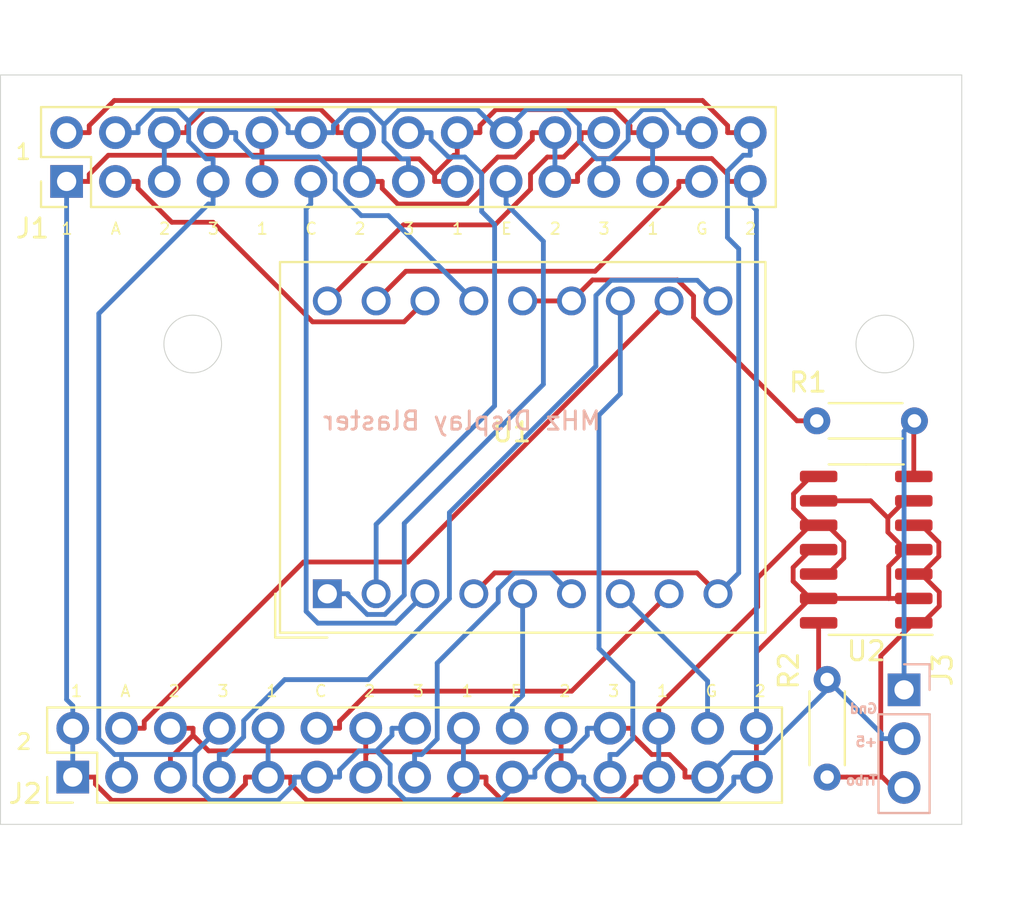
<source format=kicad_pcb>
(kicad_pcb (version 20221018) (generator pcbnew)
  (layers (0 "F.Cu" signal) (31 "B.Cu" signal) (34 "B.Paste" user) (35 "F.Paste" user) (36 "B.SilkS" user "B.Silkscreen") (37 "F.SilkS" user "F.Silkscreen") (38 "B.Mask" user) (39 "F.Mask" user) (44 "Edge.Cuts" user))
  (net 0 "")
  (net 1 "1")
  (net 2 "DIG1_A")
  (net 3 "2")
  (net 4 "3")
  (net 5 "DIG1_C")
  (net 6 "DIG1_E")
  (net 7 "DIG1_G")
  (net 8 "DIG1_F")
  (net 9 "DIG1_D")
  (net 10 "DIG1_B")
  (net 11 "DIG2_B")
  (net 12 "DIG2_D")
  (net 13 "DIG2_F")
  (net 14 "DIG2_G")
  (net 15 "DIG2_E")
  (net 16 "DIG2_C")
  (net 17 "DIG2_A")
  (net 18 "DIG1_CC")
  (net 19 "DP")
  (net 20 "Turbo")
  (net 21 "GND")
  (footprint "Connector_PinHeader_2.54mm:PinHeader_2x15_P2.54mm_Vertical" (layer "F.Cu") (at 103.76 76.54 90)
    (fp_text reference "J2" (at -0.866772 -2.471786) (layer "F.SilkS"))
    (fp_text value "Conn_02x15 DigitRHS")
    (pad "1" thru_hole rect (at 0 0 90) (size 1.7 1.7) (drill 1) (layers "*.Cu" "*.Mask") (net 1 "1"))
    (pad "2" thru_hole oval (at 2.54 0 90) (size 1.7 1.7) (drill 1) (layers "*.Cu" "*.Mask") (net 1 "1"))
    (pad "3" thru_hole oval (at 0 2.54 90) (size 1.7 1.7) (drill 1) (layers "*.Cu" "*.Mask") (net 4 "3"))
    (pad "4" thru_hole oval (at 2.54 2.54 90) (size 1.7 1.7) (drill 1) (layers "*.Cu" "*.Mask") (net 17 "DIG2_A"))
    (pad "5" thru_hole oval (at 0 5.08 90) (size 1.7 1.7) (drill 1) (layers "*.Cu" "*.Mask") (net 3 "2"))
    (pad "6" thru_hole oval (at 2.54 5.08 90) (size 1.7 1.7) (drill 1) (layers "*.Cu" "*.Mask") (net 3 "2"))
    (pad "7" thru_hole oval (at 0 7.62 90) (size 1.7 1.7) (drill 1) (layers "*.Cu" "*.Mask") (net 11 "DIG2_B"))
    (pad "8" thru_hole oval (at 2.54 7.62 90) (size 1.7 1.7) (drill 1) (layers "*.Cu" "*.Mask") (net 4 "3"))
    (pad "9" thru_hole oval (at 0 10.16 90) (size 1.7 1.7) (drill 1) (layers "*.Cu" "*.Mask") (net 1 "1"))
    (pad "10" thru_hole oval (at 2.54 10.16 90) (size 1.7 1.7) (drill 1) (layers "*.Cu" "*.Mask") (net 1 "1"))
    (pad "11" thru_hole oval (at 0 12.7 90) (size 1.7 1.7) (drill 1) (layers "*.Cu" "*.Mask") (net 4 "3"))
    (pad "12" thru_hole oval (at 2.54 12.7 90) (size 1.7 1.7) (drill 1) (layers "*.Cu" "*.Mask") (net 16 "DIG2_C"))
    (pad "13" thru_hole oval (at 0 15.24 90) (size 1.7 1.7) (drill 1) (layers "*.Cu" "*.Mask") (net 3 "2"))
    (pad "14" thru_hole oval (at 2.54 15.24 90) (size 1.7 1.7) (drill 1) (layers "*.Cu" "*.Mask") (net 3 "2"))
    (pad "15" thru_hole oval (at 0 17.78 90) (size 1.7 1.7) (drill 1) (layers "*.Cu" "*.Mask") (net 12 "DIG2_D"))
    (pad "16" thru_hole oval (at 2.54 17.78 90) (size 1.7 1.7) (drill 1) (layers "*.Cu" "*.Mask") (net 4 "3"))
    (pad "17" thru_hole oval (at 0 20.32 90) (size 1.7 1.7) (drill 1) (layers "*.Cu" "*.Mask") (net 1 "1"))
    (pad "18" thru_hole oval (at 2.54 20.32 90) (size 1.7 1.7) (drill 1) (layers "*.Cu" "*.Mask") (net 1 "1"))
    (pad "19" thru_hole oval (at 0 22.86 90) (size 1.7 1.7) (drill 1) (layers "*.Cu" "*.Mask") (net 4 "3"))
    (pad "20" thru_hole oval (at 2.54 22.86 90) (size 1.7 1.7) (drill 1) (layers "*.Cu" "*.Mask") (net 15 "DIG2_E"))
    (pad "21" thru_hole oval (at 0 25.4 90) (size 1.7 1.7) (drill 1) (layers "*.Cu" "*.Mask") (net 3 "2"))
    (pad "22" thru_hole oval (at 2.54 25.4 90) (size 1.7 1.7) (drill 1) (layers "*.Cu" "*.Mask") (net 3 "2"))
    (pad "23" thru_hole oval (at 0 27.94 90) (size 1.7 1.7) (drill 1) (layers "*.Cu" "*.Mask") (net 13 "DIG2_F"))
    (pad "24" thru_hole oval (at 2.54 27.94 90) (size 1.7 1.7) (drill 1) (layers "*.Cu" "*.Mask") (net 4 "3"))
    (pad "25" thru_hole oval (at 0 30.48 90) (size 1.7 1.7) (drill 1) (layers "*.Cu" "*.Mask") (net 1 "1"))
    (pad "26" thru_hole oval (at 2.54 30.48 90) (size 1.7 1.7) (drill 1) (layers "*.Cu" "*.Mask") (net 1 "1"))
    (pad "27" thru_hole oval (at 0 33.02 90) (size 1.7 1.7) (drill 1) (layers "*.Cu" "*.Mask") (net 4 "3"))
    (pad "28" thru_hole oval (at 2.54 33.02 90) (size 1.7 1.7) (drill 1) (layers "*.Cu" "*.Mask") (net 14 "DIG2_G"))
    (pad "29" thru_hole oval (at 0 35.56 90) (size 1.7 1.7) (drill 1) (layers "*.Cu" "*.Mask") (net 3 "2"))
    (pad "30" thru_hole oval (at 2.54 35.56 90) (size 1.7 1.7) (drill 1) (layers "*.Cu" "*.Mask") (net 3 "2"))
  )
  (footprint "Connector_PinHeader_2.54mm:PinHeader_2x15_P2.54mm_Vertical" (layer "F.Cu") (at 103.44 45.54 90)
    (fp_text reference "J1" (at -2.44213 -1.775868 180) (layer "F.SilkS"))
    (fp_text value "Conn_02x15 DigitLHS")
    (pad "1" thru_hole rect (at 0 0 90) (size 1.7 1.7) (drill 1) (layers "*.Cu" "*.Mask") (net 1 "1"))
    (pad "2" thru_hole oval (at 2.54 0 90) (size 1.7 1.7) (drill 1) (layers "*.Cu" "*.Mask") (net 19 "DP"))
    (pad "3" thru_hole oval (at 0 2.54 90) (size 1.7 1.7) (drill 1) (layers "*.Cu" "*.Mask") (net 2 "DIG1_A"))
    (pad "4" thru_hole oval (at 2.54 2.54 90) (size 1.7 1.7) (drill 1) (layers "*.Cu" "*.Mask") (net 4 "3"))
    (pad "5" thru_hole oval (at 0 5.08 90) (size 1.7 1.7) (drill 1) (layers "*.Cu" "*.Mask") (net 3 "2"))
    (pad "6" thru_hole oval (at 2.54 5.08 90) (size 1.7 1.7) (drill 1) (layers "*.Cu" "*.Mask") (net 3 "2"))
    (pad "7" thru_hole oval (at 0 7.62 90) (size 1.7 1.7) (drill 1) (layers "*.Cu" "*.Mask") (net 4 "3"))
    (pad "8" thru_hole oval (at 2.54 7.62 90) (size 1.7 1.7) (drill 1) (layers "*.Cu" "*.Mask") (net 10 "DIG1_B"))
    (pad "9" thru_hole oval (at 0 10.16 90) (size 1.7 1.7) (drill 1) (layers "*.Cu" "*.Mask") (net 1 "1"))
    (pad "10" thru_hole oval (at 2.54 10.16 90) (size 1.7 1.7) (drill 1) (layers "*.Cu" "*.Mask") (net 1 "1"))
    (pad "11" thru_hole oval (at 0 12.7 90) (size 1.7 1.7) (drill 1) (layers "*.Cu" "*.Mask") (net 5 "DIG1_C"))
    (pad "12" thru_hole oval (at 2.54 12.7 90) (size 1.7 1.7) (drill 1) (layers "*.Cu" "*.Mask") (net 4 "3"))
    (pad "13" thru_hole oval (at 0 15.24 90) (size 1.7 1.7) (drill 1) (layers "*.Cu" "*.Mask") (net 3 "2"))
    (pad "14" thru_hole oval (at 2.54 15.24 90) (size 1.7 1.7) (drill 1) (layers "*.Cu" "*.Mask") (net 3 "2"))
    (pad "15" thru_hole oval (at 0 17.78 90) (size 1.7 1.7) (drill 1) (layers "*.Cu" "*.Mask") (net 4 "3"))
    (pad "16" thru_hole oval (at 2.54 17.78 90) (size 1.7 1.7) (drill 1) (layers "*.Cu" "*.Mask") (net 9 "DIG1_D"))
    (pad "17" thru_hole oval (at 0 20.32 90) (size 1.7 1.7) (drill 1) (layers "*.Cu" "*.Mask") (net 1 "1"))
    (pad "18" thru_hole oval (at 2.54 20.32 90) (size 1.7 1.7) (drill 1) (layers "*.Cu" "*.Mask") (net 1 "1"))
    (pad "19" thru_hole oval (at 0 22.86 90) (size 1.7 1.7) (drill 1) (layers "*.Cu" "*.Mask") (net 6 "DIG1_E"))
    (pad "20" thru_hole oval (at 2.54 22.86 90) (size 1.7 1.7) (drill 1) (layers "*.Cu" "*.Mask") (net 4 "3"))
    (pad "21" thru_hole oval (at 0 25.4 90) (size 1.7 1.7) (drill 1) (layers "*.Cu" "*.Mask") (net 3 "2"))
    (pad "22" thru_hole oval (at 2.54 25.4 90) (size 1.7 1.7) (drill 1) (layers "*.Cu" "*.Mask") (net 3 "2"))
    (pad "23" thru_hole oval (at 0 27.94 90) (size 1.7 1.7) (drill 1) (layers "*.Cu" "*.Mask") (net 4 "3"))
    (pad "24" thru_hole oval (at 2.54 27.94 90) (size 1.7 1.7) (drill 1) (layers "*.Cu" "*.Mask") (net 8 "DIG1_F"))
    (pad "25" thru_hole oval (at 0 30.48 90) (size 1.7 1.7) (drill 1) (layers "*.Cu" "*.Mask") (net 1 "1"))
    (pad "26" thru_hole oval (at 2.54 30.48 90) (size 1.7 1.7) (drill 1) (layers "*.Cu" "*.Mask") (net 1 "1"))
    (pad "27" thru_hole oval (at 0 33.02 90) (size 1.7 1.7) (drill 1) (layers "*.Cu" "*.Mask") (net 7 "DIG1_G"))
    (pad "28" thru_hole oval (at 2.54 33.02 90) (size 1.7 1.7) (drill 1) (layers "*.Cu" "*.Mask") (net 4 "3"))
    (pad "29" thru_hole oval (at 0 35.56 90) (size 1.7 1.7) (drill 1) (layers "*.Cu" "*.Mask") (net 3 "2"))
    (pad "30" thru_hole oval (at 2.54 35.56 90) (size 1.7 1.7) (drill 1) (layers "*.Cu" "*.Mask") (net 19 "DP"))
  )
  (footprint "Display_7Segment:DA56-11CGKWA" (layer "F.Cu") (at 117 67 90)
    (fp_text reference "U1" (at 8.4074 9.6012) (layer "F.SilkS"))
    (fp_text value "DC56-11GWA")
    (pad "1" thru_hole rect locked (at 0 0 90) (size 1.5 1.5) (drill 1) (layers "*.Cu" "*.Mask") (net 6 "DIG1_E"))
    (pad "2" thru_hole circle locked (at 0 2.54 90) (size 1.5 1.5) (drill 1) (layers "*.Cu" "*.Mask") (net 9 "DIG1_D"))
    (pad "3" thru_hole circle locked (at 0 5.08 90) (size 1.5 1.5) (drill 1) (layers "*.Cu" "*.Mask") (net 5 "DIG1_C"))
    (pad "4" thru_hole circle locked (at 0 7.62 90) (size 1.5 1.5) (drill 1) (layers "*.Cu" "*.Mask") (net 19 "DP"))
    (pad "5" thru_hole circle locked (at 0 10.16 90) (size 1.5 1.5) (drill 1) (layers "*.Cu" "*.Mask") (net 15 "DIG2_E"))
    (pad "6" thru_hole circle locked (at 0 12.7 90) (size 1.5 1.5) (drill 1) (layers "*.Cu" "*.Mask") (net 12 "DIG2_D"))
    (pad "7" thru_hole circle locked (at 0 15.24 90) (size 1.5 1.5) (drill 1) (layers "*.Cu" "*.Mask") (net 14 "DIG2_G"))
    (pad "8" thru_hole circle locked (at 0 17.78 90) (size 1.5 1.5) (drill 1) (layers "*.Cu" "*.Mask") (net 16 "DIG2_C"))
    (pad "9" thru_hole circle locked (at 0 20.32 90) (size 1.5 1.5) (drill 1) (layers "*.Cu" "*.Mask") (net 19 "DP"))
    (pad "10" thru_hole circle locked (at 15.24 20.32 90) (size 1.5 1.5) (drill 1) (layers "*.Cu" "*.Mask") (net 11 "DIG2_B"))
    (pad "11" thru_hole circle locked (at 15.24 17.78 90) (size 1.5 1.5) (drill 1) (layers "*.Cu" "*.Mask") (net 17 "DIG2_A"))
    (pad "12" thru_hole circle locked (at 15.24 15.24 90) (size 1.5 1.5) (drill 1) (layers "*.Cu" "*.Mask") (net 13 "DIG2_F"))
    (pad "13" thru_hole circle locked (at 15.24 12.7 90) (size 1.5 1.5) (drill 1) (layers "*.Cu" "*.Mask") (net 18 "DIG1_CC"))
    (pad "14" thru_hole circle locked (at 15.24 10.16 90) (size 1.5 1.5) (drill 1) (layers "*.Cu" "*.Mask") (net 18 "DIG1_CC"))
    (pad "15" thru_hole circle locked (at 15.24 7.62 90) (size 1.5 1.5) (drill 1) (layers "*.Cu" "*.Mask") (net 10 "DIG1_B"))
    (pad "16" thru_hole circle locked (at 15.24 5.08 90) (size 1.5 1.5) (drill 1) (layers "*.Cu" "*.Mask") (net 2 "DIG1_A"))
    (pad "17" thru_hole circle locked (at 15.24 2.54 90) (size 1.5 1.5) (drill 1) (layers "*.Cu" "*.Mask") (net 7 "DIG1_G"))
    (pad "18" thru_hole circle locked (at 15.24 0 90) (size 1.5 1.5) (drill 1) (layers "*.Cu" "*.Mask") (net 8 "DIG1_F"))
  )
  (footprint "Resistor_THT:R_Axial_DIN0204_L3.6mm_D1.6mm_P5.08mm_Horizontal" (layer "F.Cu") (at 147.54 58 180)
    (fp_text reference "R1" (at 5.54 2) (layer "F.SilkS"))
    (fp_text value "100")
    (pad "1" thru_hole circle (at 0 0 180) (size 1.4 1.4) (drill 0.7) (layers "*.Cu" "*.Mask") (net 21 "GND"))
    (pad "2" thru_hole oval (at 5.08 0 180) (size 1.4 1.4) (drill 0.7) (layers "*.Cu" "*.Mask") (net 18 "DIG1_CC"))
  )
  (footprint "Resistor_THT:R_Axial_DIN0204_L3.6mm_D1.6mm_P5.08mm_Horizontal" (layer "F.Cu") (at 143 71.46 -90)
    (fp_text reference "R2" (at -0.46 2 90) (layer "F.SilkS"))
    (fp_text value "1K")
    (pad "1" thru_hole circle (at 0 0 270) (size 1.4 1.4) (drill 0.7) (layers "*.Cu" "*.Mask") (net 4 "3"))
    (pad "2" thru_hole oval (at 5.08 0 270) (size 1.4 1.4) (drill 0.7) (layers "*.Cu" "*.Mask") (net 20 "Turbo"))
  )
  (footprint "Package_SO:SOIC-14_3.9x8.7mm_P1.27mm" (layer "F.Cu") (at 145.0314 64.7025 180)
    (fp_text reference "U2" (at 0 -5.28) (layer "F.SilkS"))
    (fp_text value "74LS04")
    (pad "1" smd roundrect (at -2.475 -3.81 180) (size 1.95 0.6) (layers "F.Cu" "F.Paste" "F.Mask") (net 20 "Turbo"))
    (pad "2" smd roundrect (at -2.475 -2.54 180) (size 1.95 0.6) (layers "F.Cu" "F.Paste" "F.Mask") (net 3 "2"))
    (pad "3" smd roundrect (at -2.475 -1.27 180) (size 1.95 0.6) (layers "F.Cu" "F.Paste" "F.Mask") (net 20 "Turbo"))
    (pad "4" smd roundrect (at -2.475 0 180) (size 1.95 0.6) (layers "F.Cu" "F.Paste" "F.Mask") (net 3 "2"))
    (pad "5" smd roundrect (at -2.475 1.27 180) (size 1.95 0.6) (layers "F.Cu" "F.Paste" "F.Mask") (net 20 "Turbo"))
    (pad "6" smd roundrect (at -2.475 2.54 180) (size 1.95 0.6) (layers "F.Cu" "F.Paste" "F.Mask") (net 3 "2"))
    (pad "7" smd roundrect (at -2.475 3.81 180) (size 1.95 0.6) (layers "F.Cu" "F.Paste" "F.Mask") (net 21 "GND"))
    (pad "8" smd roundrect (at 2.475 3.81 180) (size 1.95 0.6) (layers "F.Cu" "F.Paste" "F.Mask") (net 1 "1"))
    (pad "9" smd roundrect (at 2.475 2.54 180) (size 1.95 0.6) (layers "F.Cu" "F.Paste" "F.Mask") (net 3 "2"))
    (pad "10" smd roundrect (at 2.475 1.27 180) (size 1.95 0.6) (layers "F.Cu" "F.Paste" "F.Mask") (net 1 "1"))
    (pad "11" smd roundrect (at 2.475 0 180) (size 1.95 0.6) (layers "F.Cu" "F.Paste" "F.Mask") (net 3 "2"))
    (pad "12" smd roundrect (at 2.475 -1.27 180) (size 1.95 0.6) (layers "F.Cu" "F.Paste" "F.Mask") (net 1 "1"))
    (pad "13" smd roundrect (at 2.475 -2.54 180) (size 1.95 0.6) (layers "F.Cu" "F.Paste" "F.Mask") (net 3 "2"))
    (pad "14" smd roundrect (at 2.475 -3.81 180) (size 1.95 0.6) (layers "F.Cu" "F.Paste" "F.Mask") (net 4 "3"))
  )
  (footprint "Connector_PinHeader_2.54mm:PinHeader_1x03_P2.54mm_Vertical" (layer "B.Cu") (at 147 72 180)
    (fp_text reference "J3" (at -2 2 90) (layer "F.SilkS") (effects (justify right)))
    (fp_text value "Conn_01x03_Pin")
    (pad "1" thru_hole rect (at 0 0 180) (size 1.7 1.7) (drill 1) (layers "*.Cu" "*.Mask") (net 21 "GND"))
    (pad "2" thru_hole oval (at 0 -2.54 180) (size 1.7 1.7) (drill 1) (layers "*.Cu" "*.Mask") (net 4 "3"))
    (pad "3" thru_hole oval (at 0 -5.08 180) (size 1.7 1.7) (drill 1) (layers "*.Cu" "*.Mask") (net 20 "Turbo"))
  )
  (gr_line (start 100 40) (end 100 79) (stroke (width 0.05)) (layer "Edge.Cuts"))
  (gr_circle locked (center 146 54) (end 147.5 54) (stroke (width 0.05)) (fill none) (layer "Edge.Cuts"))
  (gr_line (start 150 40) (end 100 40) (stroke (width 0.05)) (layer "Edge.Cuts"))
  (gr_line (start 100 79) (end 150 79) (stroke (width 0.05)) (layer "Edge.Cuts"))
  (gr_circle locked (center 110 54) (end 111.5 54) (stroke (width 0.05)) (fill none) (layer "Edge.Cuts"))
  (gr_line (start 150 79) (end 150 40) (stroke (width 0.05)) (layer "Edge.Cuts"))
  (gr_text "Trbo" (at 145.67 77) (layer "B.SilkS") (effects (font (size 0.5 0.5) (thickness 0.125)) (justify left bottom mirror)))
  (gr_text "MHz Display Blaster" (at 124 58) (layer "B.SilkS") (effects (font (size 0.95 0.95)) (justify mirror)))
  (gr_text "+5" (at 145.67 75) (layer "B.SilkS") (effects (font (size 0.5 0.5) (thickness 0.125)) (justify left bottom mirror)))
  (gr_text "Gnd" (at 145.67 73.27) (layer "B.SilkS") (effects (font (size 0.5 0.5) (thickness 0.125)) (justify left bottom mirror)))
  (gr_text "2" (at 108.539908 48) (layer "F.SilkS") (effects (font (size 0.6 0.6) (thickness 0.09))))
  (gr_text "3" (at 111.079908 48) (layer "F.SilkS") (effects (font (size 0.6 0.6) (thickness 0.09))))
  (gr_text "1" (at 113.619908 48) (layer "F.SilkS") (effects (font (size 0.6 0.6) (thickness 0.09))))
  (gr_text "1" (at 103.459908 48) (layer "F.SilkS") (effects (font (size 0.6 0.6) (thickness 0.09))))
  (gr_text "3" (at 121.7389 72.064073) (layer "F.SilkS") (effects (font (size 0.6 0.6) (thickness 0.09))))
  (gr_text "2" (at 109.0389 72.064073) (layer "F.SilkS") (effects (font (size 0.6 0.6) (thickness 0.09))))
  (gr_text "2" (at 119.1989 72.064073) (layer "F.SilkS") (effects (font (size 0.6 0.6) (thickness 0.09))))
  (gr_text "1" (at 114.1189 72.064073) (layer "F.SilkS") (effects (font (size 0.6 0.6) (thickness 0.09))))
  (gr_text "C" (at 116.6589 72.064073) (layer "F.SilkS") (effects (font (size 0.6 0.6) (thickness 0.09))))
  (gr_text "1" (at 103.9589 72.064073) (layer "F.SilkS") (effects (font (size 0.6 0.6) (thickness 0.09))))
  (gr_text "2" (at 129.3589 72.064073) (layer "F.SilkS") (effects (font (size 0.6 0.6) (thickness 0.09))))
  (gr_text "3" (at 131.8989 72.064073) (layer "F.SilkS") (effects (font (size 0.6 0.6) (thickness 0.09))))
  (gr_text "G" (at 136.9789 72.064073) (layer "F.SilkS") (effects (font (size 0.6 0.6) (thickness 0.09))))
  (gr_text "2" (at 139.5189 72.064073) (layer "F.SilkS") (effects (font (size 0.6 0.6) (thickness 0.09))))
  (gr_text "A" (at 106.4989 72.064073) (layer "F.SilkS") (effects (font (size 0.6 0.6) (thickness 0.09))))
  (gr_text "1" (at 134.4389 72.064073) (layer "F.SilkS") (effects (font (size 0.6 0.6) (thickness 0.09))))
  (gr_text "1" (at 124.2789 72.064073) (layer "F.SilkS") (effects (font (size 0.6 0.6) (thickness 0.09))))
  (gr_text "E" (at 126.8189 72.064073) (layer "F.SilkS") (effects (font (size 0.6 0.6) (thickness 0.09))))
  (gr_text "3" (at 111.5789 72.064073) (layer "F.SilkS") (effects (font (size 0.6 0.6) (thickness 0.09))))
  (gr_text "\n2" (at 101.223417 74.057754) (layer "F.SilkS") (effects (font (size 0.8 0.8) (thickness 0.13))))
  (gr_text "C" (at 116.159908 48) (layer "F.SilkS") (effects (font (size 0.6 0.6) (thickness 0.09))))
  (gr_text "2" (at 139.019908 48) (layer "F.SilkS") (effects (font (size 0.6 0.6) (thickness 0.09))))
  (gr_text "1" (at 123.779908 48) (layer "F.SilkS") (effects (font (size 0.6 0.6) (thickness 0.09))))
  (gr_text "E" (at 126.319908 48) (layer "F.SilkS") (effects (font (size 0.6 0.6) (thickness 0.09))))
  (gr_text "2" (at 128.859908 48) (layer "F.SilkS") (effects (font (size 0.6 0.6) (thickness 0.09))))
  (gr_text "1" (at 101.1883 44) (layer "F.SilkS") (effects (font (size 0.8 0.8) (thickness 0.13))))
  (gr_text "2" (at 118.699908 48) (layer "F.SilkS") (effects (font (size 0.6 0.6) (thickness 0.09))))
  (gr_text "1" (at 133.939908 48) (layer "F.SilkS") (effects (font (size 0.6 0.6) (thickness 0.09))))
  (gr_text "A" (at 105.999908 48) (layer "F.SilkS") (effects (font (size 0.6 0.6) (thickness 0.09))))
  (gr_text "3" (at 121.239908 48) (layer "F.SilkS") (effects (font (size 0.6 0.6) (thickness 0.09))))
  (gr_text "G" (at 136.479908 48) (layer "F.SilkS") (effects (font (size 0.6 0.6) (thickness 0.09))))
  (gr_text "3" (at 131.399908 48) (layer "F.SilkS") (effects (font (size 0.6 0.6) (thickness 0.09))))
  (segment (start 122.5831 45.1742) (end 122.5831 45.54) (width 0.25) (layer "F.Cu") (net 1))
  (segment (start 105.6122 44.1769) (end 113.6 44.1769) (width 0.25) (layer "F.Cu") (net 1))
  (segment (start 113.6 43) (end 113.6 44.1769) (width 0.25) (layer "F.Cu") (net 1))
  (segment (start 132.7431 42.6342) (end 132.7431 43) (width 0.25) (layer "F.Cu") (net 1))
  (segment (start 142.5564 60.8925) (end 142.1587 60.8925) (width 0.25) (layer "F.Cu") (net 1))
  (segment (start 123.76 43) (end 123.76 44.1769) (width 0.25) (layer "F.Cu") (net 1))
  (segment (start 124.9369 42.6322) (end 125.766 41.8031) (width 0.25) (layer "F.Cu") (net 1))
  (segment (start 124.6685 76.54) (end 123.4562 77.7523) (width 0.25) (layer "F.Cu") (net 1))
  (segment (start 143.8648 64.2932) (end 143.0041 63.4325) (width 0.25) (layer "F.Cu") (net 1))
  (segment (start 141.2514 61.7998) (end 141.2514 62.5592) (width 0.25) (layer "F.Cu") (net 1))
  (segment (start 115.0969 76.9058) (end 115.0969 76.54) (width 0.25) (layer "F.Cu") (net 1))
  (segment (start 113.6 45.54) (end 113.6 44.3631) (width 0.25) (layer "F.Cu") (net 1))
  (segment (start 143.0041 63.4325) (end 142.5564 63.4325) (width 0.25) (layer "F.Cu") (net 1))
  (segment (start 124.08 76.54) (end 124.6685 76.54) (width 0.25) (layer "F.Cu") (net 1))
  (segment (start 111.8966 77.7523) (end 112.7431 76.9058) (width 0.25) (layer "F.Cu") (net 1))
  (segment (start 132.2529 77.718) (end 133.0631 76.9078) (width 0.25) (layer "F.Cu") (net 1))
  (segment (start 115.9434 77.7523) (end 115.0969 76.9058) (width 0.25) (layer "F.Cu") (net 1))
  (segment (start 103.44 45.54) (end 104.6169 45.54) (width 0.25) (layer "F.Cu") (net 1))
  (segment (start 105.7814 77.7523) (end 111.8966 77.7523) (width 0.25) (layer "F.Cu") (net 1))
  (segment (start 124.6685 76.54) (end 125.2569 76.54) (width 0.25) (layer "F.Cu") (net 1))
  (segment (start 125.2569 76.54) (end 125.2569 76.9058) (width 0.25) (layer "F.Cu") (net 1))
  (segment (start 123.5804 44.1769) (end 123.76 44.1769) (width 0.25) (layer "F.Cu") (net 1))
  (segment (start 125.766 41.8031) (end 131.912 41.8031) (width 0.25) (layer "F.Cu") (net 1))
  (segment (start 113.92 76.54) (end 115.0969 76.54) (width 0.25) (layer "F.Cu") (net 1))
  (segment (start 104.6169 45.54) (end 104.6169 45.1722) (width 0.25) (layer "F.Cu") (net 1))
  (segment (start 113.92 76.54) (end 112.7431 76.54) (width 0.25) (layer "F.Cu") (net 1))
  (segment (start 133.0631 76.9078) (end 133.0631 76.54) (width 0.25) (layer "F.Cu") (net 1))
  (segment (start 143.8648 65.1495) (end 143.8648 64.2932) (width 0.25) (layer "F.Cu") (net 1))
  (segment (start 134.24 74) (end 134.24 72.8231) (width 0.25) (layer "F.Cu") (net 1))
  (segment (start 139.3866 67.6765) (end 139.3866 66.1706) (width 0.25) (layer "F.Cu") (net 1))
  (segment (start 131.912 41.8031) (end 132.7431 42.6342) (width 0.25) (layer "F.Cu") (net 1))
  (segment (start 122.5831 45.1742) (end 123.5804 44.1769) (width 0.25) (layer "F.Cu") (net 1))
  (segment (start 139.3866 66.1706) (end 142.1247 63.4325) (width 0.25) (layer "F.Cu") (net 1))
  (segment (start 121.772 44.3631) (end 122.5831 45.1742) (width 0.25) (layer "F.Cu") (net 1))
  (segment (start 112.7431 76.9058) (end 112.7431 76.54) (width 0.25) (layer "F.Cu") (net 1))
  (segment (start 142.1587 60.8925) (end 141.2514 61.7998) (width 0.25) (layer "F.Cu") (net 1))
  (segment (start 104.9369 76.54) (end 104.9369 76.9078) (width 0.25) (layer "F.Cu") (net 1))
  (segment (start 113.6 44.1769) (end 113.6 44.3631) (width 0.25) (layer "F.Cu") (net 1))
  (segment (start 142.1247 63.4325) (end 142.5564 63.4325) (width 0.25) (layer "F.Cu") (net 1))
  (segment (start 143.0418 65.9725) (end 143.8648 65.1495) (width 0.25) (layer "F.Cu") (net 1))
  (segment (start 126.0691 77.718) (end 132.2529 77.718) (width 0.25) (layer "F.Cu") (net 1))
  (segment (start 123.76 45.54) (end 122.5831 45.54) (width 0.25) (layer "F.Cu") (net 1))
  (segment (start 142.5564 65.9725) (end 143.0418 65.9725) (width 0.25) (layer "F.Cu") (net 1))
  (segment (start 123.76 43) (end 124.9369 43) (width 0.25) (layer "F.Cu") (net 1))
  (segment (start 133.92 43) (end 132.7431 43) (width 0.25) (layer "F.Cu") (net 1))
  (segment (start 123.4562 77.7523) (end 115.9434 77.7523) (width 0.25) (layer "F.Cu") (net 1))
  (segment (start 113.6 44.3631) (end 121.772 44.3631) (width 0.25) (layer "F.Cu") (net 1))
  (segment (start 141.2514 62.5592) (end 142.1247 63.4325) (width 0.25) (layer "F.Cu") (net 1))
  (segment (start 104.9369 76.9078) (end 105.7814 77.7523) (width 0.25) (layer "F.Cu") (net 1))
  (segment (start 103.76 76.54) (end 104.9369 76.54) (width 0.25) (layer "F.Cu") (net 1))
  (segment (start 124.9369 43) (end 124.9369 42.6322) (width 0.25) (layer "F.Cu") (net 1))
  (segment (start 134.24 72.8231) (end 139.3866 67.6765) (width 0.25) (layer "F.Cu") (net 1))
  (segment (start 104.6169 45.1722) (end 105.6122 44.1769) (width 0.25) (layer "F.Cu") (net 1))
  (segment (start 125.2569 76.9058) (end 126.0691 77.718) (width 0.25) (layer "F.Cu") (net 1))
  (segment (start 134.24 76.54) (end 133.0631 76.54) (width 0.25) (layer "F.Cu") (net 1))
  (segment (start 134.24 74) (end 134.24 76.54) (width 0.25) (layer "B.Cu") (net 1))
  (segment (start 103.44 45.54) (end 103.44 46.7169) (width 0.25) (layer "B.Cu") (net 1))
  (segment (start 103.76 74) (end 103.76 76.54) (width 0.25) (layer "B.Cu") (net 1))
  (segment (start 103.44 46.7169) (end 103.44 72.5031) (width 0.25) (layer "B.Cu") (net 1))
  (segment (start 103.76 74) (end 103.76 72.8231) (width 0.25) (layer "B.Cu") (net 1))
  (segment (start 124.08 74) (end 124.08 76.54) (width 0.25) (layer "B.Cu") (net 1))
  (segment (start 103.44 72.5031) (end 103.76 72.8231) (width 0.25) (layer "B.Cu") (net 1))
  (segment (start 133.92 43) (end 133.92 45.54) (width 0.25) (layer "B.Cu") (net 1))
  (segment (start 113.92 76.54) (end 113.92 74) (width 0.25) (layer "B.Cu") (net 1))
  (segment (start 111.0528 47.6641) (end 108.9152 47.6641) (width 0.25) (layer "F.Cu") (net 2))
  (segment (start 107.1569 45.9058) (end 107.1569 45.54) (width 0.25) (layer "F.Cu") (net 2))
  (segment (start 105.98 45.54) (end 107.1569 45.54) (width 0.25) (layer "F.Cu") (net 2))
  (segment (start 108.9152 47.6641) (end 107.1569 45.9058) (width 0.25) (layer "F.Cu") (net 2))
  (segment (start 120.9926 52.8474) (end 116.2361 52.8474) (width 0.25) (layer "F.Cu") (net 2))
  (segment (start 116.2361 52.8474) (end 111.0528 47.6641) (width 0.25) (layer "F.Cu") (net 2))
  (segment (start 122.08 51.76) (end 120.9926 52.8474) (width 0.25) (layer "F.Cu") (net 2))
  (segment (start 142.1222 67.2425) (end 139.32 70.0447) (width 0.25) (layer "F.Cu") (net 3))
  (segment (start 127.6631 43.3658) (end 127.6631 43) (width 0.25) (layer "F.Cu") (net 3))
  (segment (start 125.8691 44.27) (end 126.7589 44.27) (width 0.25) (layer "F.Cu") (net 3))
  (segment (start 129.16 75.3631) (end 129.16 75.2235) (width 0.25) (layer "F.Cu") (net 3))
  (segment (start 110.0169 74.3658) (end 110.0169 74) (width 0.25) (layer "F.Cu") (net 3))
  (segment (start 108.84 74) (end 110.0169 74) (width 0.25) (layer "F.Cu") (net 3))
  (segment (start 146.1568 63.7885) (end 146.1568 63.0542) (width 0.25) (layer "F.Cu") (net 3))
  (segment (start 119.8569 45.54) (end 119.8569 45.9078) (width 0.25) (layer "F.Cu") (net 3))
  (segment (start 141.2315 65.6295) (end 141.2315 66.3518) (width 0.25) (layer "F.Cu") (net 3))
  (segment (start 147.0485 62.1625) (end 147.5064 62.1625) (width 0.25) (layer "F.Cu") (net 3))
  (segment (start 128.84 45.54) (end 130.0169 45.54) (width 0.25) (layer "F.Cu") (net 3))
  (segment (start 119.0466 75.2235) (end 119.0466 75.3165) (width 0.25) (layer "F.Cu") (net 3))
  (segment (start 129.16 75.2235) (end 119.0466 75.2235) (width 0.25) (layer "F.Cu") (net 3))
  (segment (start 129.16 75.2235) (end 129.16 75.1769) (width 0.25) (layer "F.Cu") (net 3))
  (segment (start 126.7589 44.27) (end 127.6631 43.3658) (width 0.25) (layer "F.Cu") (net 3))
  (segment (start 130.0169 45.1722) (end 130.8397 44.3494) (width 0.25) (layer "F.Cu") (net 3))
  (segment (start 129.16 74) (end 129.16 75.1769) (width 0.25) (layer "F.Cu") (net 3))
  (segment (start 124.2554 46.7176) (end 125.03 45.943) (width 0.25) (layer "F.Cu") (net 3))
  (segment (start 119 74) (end 119 75.1769) (width 0.25) (layer "F.Cu") (net 3))
  (segment (start 117.5031 42.6342) (end 117.5031 43) (width 0.25) (layer "F.Cu") (net 3))
  (segment (start 119 75.1769) (end 110.828 75.1769) (width 0.25) (layer "F.Cu") (net 3))
  (segment (start 142.1222 67.2425) (end 142.5564 67.2425) (width 0.25) (layer "F.Cu") (net 3))
  (segment (start 109.0196 75.3631) (end 108.84 75.3631) (width 0.25) (layer "F.Cu") (net 3))
  (segment (start 119.0466 75.3165) (end 119 75.3631) (width 0.25) (layer "F.Cu") (net 3))
  (segment (start 146.2039 65.5694) (end 146.2039 67.2425) (width 0.25) (layer "F.Cu") (net 3))
  (segment (start 110.828 75.1769) (end 110.0169 74.3658) (width 0.25) (layer "F.Cu") (net 3))
  (segment (start 109.6969 42.6914) (end 110.6037 41.7846) (width 0.25) (layer "F.Cu") (net 3))
  (segment (start 147.0708 64.7025) (end 146.2039 65.5694) (width 0.25) (layer "F.Cu") (net 3))
  (segment (start 139.32 74) (end 139.32 76.54) (width 0.25) (layer "F.Cu") (net 3))
  (segment (start 118.68 45.54) (end 119.8569 45.54) (width 0.25) (layer "F.Cu") (net 3))
  (segment (start 136.9983 44.3494) (end 137.8231 45.1742) (width 0.25) (layer "F.Cu") (net 3))
  (segment (start 109.6969 43) (end 109.6969 42.6914) (width 0.25) (layer "F.Cu") (net 3))
  (segment (start 110.0169 74.3658) (end 109.0196 75.3631) (width 0.25) (layer "F.Cu") (net 3))
  (segment (start 137.8231 45.1742) (end 137.8231 45.54) (width 0.25) (layer "F.Cu") (net 3))
  (segment (start 139 45.54) (end 137.8231 45.54) (width 0.25) (layer "F.Cu") (net 3))
  (segment (start 142.1585 64.7025) (end 141.2315 65.6295) (width 0.25) (layer "F.Cu") (net 3))
  (segment (start 125.03 45.1091) (end 125.8691 44.27) (width 0.25) (layer "F.Cu") (net 3))
  (segment (start 120.6667 46.7176) (end 124.2554 46.7176) (width 0.25) (layer "F.Cu") (net 3))
  (segment (start 119 76.54) (end 119 75.3631) (width 0.25) (layer "F.Cu") (net 3))
  (segment (start 130.8397 44.3494) (end 136.9983 44.3494) (width 0.25) (layer "F.Cu") (net 3))
  (segment (start 147.5064 64.7025) (end 147.0708 64.7025) (width 0.25) (layer "F.Cu") (net 3))
  (segment (start 129.16 76.54) (end 129.16 75.3631) (width 0.25) (layer "F.Cu") (net 3))
  (segment (start 147.0708 64.7025) (end 146.1568 63.7885) (width 0.25) (layer "F.Cu") (net 3))
  (segment (start 108.52 43) (end 109.6969 43) (width 0.25) (layer "F.Cu") (net 3))
  (segment (start 139.32 70.0447) (end 139.32 74) (width 0.25) (layer "F.Cu") (net 3))
  (segment (start 142.5564 67.2425) (end 146.2039 67.2425) (width 0.25) (layer "F.Cu") (net 3))
  (segment (start 146.1568 63.0542) (end 147.0485 62.1625) (width 0.25) (layer "F.Cu") (net 3))
  (segment (start 130.0169 45.54) (end 130.0169 45.1722) (width 0.25) (layer "F.Cu") (net 3))
  (segment (start 110.6037 41.7846) (end 116.6535 41.7846) (width 0.25) (layer "F.Cu") (net 3))
  (segment (start 128.84 43) (end 127.6631 43) (width 0.25) (layer "F.Cu") (net 3))
  (segment (start 141.2315 66.3518) (end 142.1222 67.2425) (width 0.25) (layer "F.Cu") (net 3))
  (segment (start 108.84 76.54) (end 108.84 75.3631) (width 0.25) (layer "F.Cu") (net 3))
  (segment (start 119.8569 45.9078) (end 120.6667 46.7176) (width 0.25) (layer "F.Cu") (net 3))
  (segment (start 145.2651 62.1625) (end 146.1568 63.0542) (width 0.25) (layer "F.Cu") (net 3))
  (segment (start 146.2039 67.2425) (end 147.5064 67.2425) (width 0.25) (layer "F.Cu") (net 3))
  (segment (start 119.0466 75.2235) (end 119 75.1769) (width 0.25) (layer "F.Cu") (net 3))
  (segment (start 142.5564 62.1625) (end 145.2651 62.1625) (width 0.25) (layer "F.Cu") (net 3))
  (segment (start 125.03 45.943) (end 125.03 45.1091) (width 0.25) (layer "F.Cu") (net 3))
  (segment (start 116.6535 41.7846) (end 117.5031 42.6342) (width 0.25) (layer "F.Cu") (net 3))
  (segment (start 118.68 43) (end 117.5031 43) (width 0.25) (layer "F.Cu") (net 3))
  (segment (start 142.5564 64.7025) (end 142.1585 64.7025) (width 0.25) (layer "F.Cu") (net 3))
  (segment (start 129.16 76.54) (end 130.3369 76.54) (width 0.25) (layer "B.Cu") (net 3))
  (segment (start 130.3369 76.9058) (end 130.3369 76.54) (width 0.25) (layer "B.Cu") (net 3))
  (segment (start 139.32 72.8231) (end 139.32 47.0369) (width 0.25) (layer "B.Cu") (net 3))
  (segment (start 118.68 43) (end 118.68 45.54) (width 0.25) (layer "B.Cu") (net 3))
  (segment (start 128.84 45.54) (end 128.84 43) (width 0.25) (layer "B.Cu") (net 3))
  (segment (start 139.32 74) (end 139.32 72.8231) (width 0.25) (layer "B.Cu") (net 3))
  (segment (start 108.52 43) (end 108.52 45.54) (width 0.25) (layer "B.Cu") (net 3))
  (segment (start 139.32 47.0369) (end 139 46.7169) (width 0.25) (layer "B.Cu") (net 3))
  (segment (start 138.1431 76.9078) (end 137.2986 77.7523) (width 0.25) (layer "B.Cu") (net 3))
  (segment (start 139 45.54) (end 139 46.7169) (width 0.25) (layer "B.Cu") (net 3))
  (segment (start 138.1431 76.54) (end 138.1431 76.9078) (width 0.25) (layer "B.Cu") (net 3))
  (segment (start 131.1834 77.7523) (end 130.3369 76.9058) (width 0.25) (layer "B.Cu") (net 3))
  (segment (start 139.32 76.54) (end 138.1431 76.54) (width 0.25) (layer "B.Cu") (net 3))
  (segment (start 137.2986 77.7523) (end 131.1834 77.7523) (width 0.25) (layer "B.Cu") (net 3))
  (segment (start 142.5564 71.0164) (end 142.5564 68.5125) (width 0.25) (layer "F.Cu") (net 4))
  (segment (start 135.6031 76.1721) (end 134.7941 75.3631) (width 0.25) (layer "F.Cu") (net 4))
  (segment (start 135.6031 76.54) (end 135.6031 76.1721) (width 0.25) (layer "F.Cu") (net 4))
  (segment (start 143 71.46) (end 142.5564 71.0164) (width 0.25) (layer "F.Cu") (net 4))
  (segment (start 134.7941 75.3631) (end 133.8742 75.3631) (width 0.25) (layer "F.Cu") (net 4))
  (segment (start 133.8742 75.3631) (end 132.8769 74.3658) (width 0.25) (layer "F.Cu") (net 4))
  (segment (start 132.8769 74.3658) (end 132.8769 74) (width 0.25) (layer "F.Cu") (net 4))
  (segment (start 136.78 76.54) (end 135.6031 76.54) (width 0.25) (layer "F.Cu") (net 4))
  (segment (start 131.7 74) (end 132.8769 74) (width 0.25) (layer "F.Cu") (net 4))
  (segment (start 126.1529 43) (end 126.0058 43) (width 0.25) (layer "B.Cu") (net 4))
  (segment (start 106.3 76.54) (end 106.3 75.3631) (width 0.25) (layer "B.Cu") (net 4))
  (segment (start 121.54 74) (end 120.3631 74) (width 0.25) (layer "B.Cu") (net 4))
  (segment (start 147 74.54) (end 145.8231 74.54) (width 0.25) (layer "B.Cu") (net 4))
  (segment (start 110.6942 44.3631) (end 111.06 44.3631) (width 0.25) (layer "B.Cu") (net 4))
  (segment (start 131.38 45.54) (end 131.38 44.4765) (width 0.25) (layer "B.Cu") (net 4))
  (segment (start 120.3631 74.3679) (end 119.5541 75.1769) (width 0.25) (layer "B.Cu") (net 4))
  (segment (start 107.9997 41.7894) (end 109.1641 41.7894) (width 0.25) (layer "B.Cu") (net 4))
  (segment (start 120.3631 74) (end 120.3631 74.3679) (width 0.25) (layer "B.Cu") (net 4))
  (segment (start 131.7 74) (end 130.5231 74) (width 0.25) (layer "B.Cu") (net 4))
  (segment (start 118.128 41.8231) (end 119.1821 41.8231) (width 0.25) (layer "B.Cu") (net 4))
  (segment (start 119.5541 75.1769) (end 118.6342 75.1769) (width 0.25) (layer "B.Cu") (net 4))
  (segment (start 105.1141 52.4189) (end 110.8161 46.7169) (width 0.25) (layer "B.Cu") (net 4))
  (segment (start 114.1184 41.7895) (end 114.9631 42.6342) (width 0.25) (layer "B.Cu") (net 4))
  (segment (start 105.9322 75.3631) (end 105.1141 74.545) (width 0.25) (layer "B.Cu") (net 4))
  (segment (start 116.14 43) (end 114.9631 43) (width 0.25) (layer "B.Cu") (net 4))
  (segment (start 117.3169 43) (end 117.3169 42.6342) (width 0.25) (layer "B.Cu") (net 4))
  (segment (start 106.3 75.3631) (end 105.9322 75.3631) (width 0.25) (layer "B.Cu") (net 4))
  (segment (start 110.11 75.3631) (end 106.3 75.3631) (width 0.25) (layer "B.Cu") (net 4))
  (segment (start 117.6369 76.1742) (end 117.6369 76.54) (width 0.25) (layer "B.Cu") (net 4))
  (segment (start 120.27 76.949) (end 120.27 75.8928) (width 0.25) (layer "B.Cu") (net 4))
  (segment (start 121.0379 77.7169) (end 120.27 76.949) (width 0.25) (layer "B.Cu") (net 4))
  (segment (start 127.373 41.7799) (end 129.2887 41.7799) (width 0.25) (layer "B.Cu") (net 4))
  (segment (start 118.6342 75.1769) (end 117.6369 76.1742) (width 0.25) (layer "B.Cu") (net 4))
  (segment (start 114.4366 77.7523) (end 115.2831 76.9058) (width 0.25) (layer "B.Cu") (net 4))
  (segment (start 134.4524 41.8035) (end 135.2831 42.6342) (width 0.25) (layer "B.Cu") (net 4))
  (segment (start 110.11 76.9512) (end 110.9111 77.7523) (width 0.25) (layer "B.Cu") (net 4))
  (segment (start 127.2085 76.54) (end 126.0316 77.7169) (width 0.25) (layer "B.Cu") (net 4))
  (segment (start 131.6813 44.3646) (end 132.65 43.3959) (width 0.25) (layer "B.Cu") (net 4))
  (segment (start 139.7158 75.27) (end 143 71.9858) (width 0.25) (layer "B.Cu") (net 4))
  (segment (start 129.2887 41.7799) (end 130.11 42.6012) (width 0.25) (layer "B.Cu") (net 4))
  (segment (start 111.06 45.54) (end 111.06 44.3631) (width 0.25) (layer "B.Cu") (net 4))
  (segment (start 119.95 42.591) (end 120.7491 41.7919) (width 0.25) (layer "B.Cu") (net 4))
  (segment (start 119.95 43.4589) (end 120.8542 44.3631) (width 0.25) (layer "B.Cu") (net 4))
  (segment (start 135.2831 42.6342) (end 135.2831 43) (width 0.25) (layer "B.Cu") (net 4))
  (segment (start 116.14 43) (end 117.3169 43) (width 0.25) (layer "B.Cu") (net 4))
  (segment (start 120.27 75.8928) (end 119.5541 75.1769) (width 0.25) (layer "B.Cu") (net 4))
  (segment (start 110.9111 77.7523) (end 114.4366 77.7523) (width 0.25) (layer "B.Cu") (net 4))
  (segment (start 131.38 44.3646) (end 131.38 44.3631) (width 0.25) (layer "B.Cu") (net 4))
  (segment (start 129.7141 75.1769) (end 128.7942 75.1769) (width 0.25) (layer "B.Cu") (net 4))
  (segment (start 110.11 75.27) (end 110.11 75.3631) (width 0.25) (layer "B.Cu") (net 4))
  (segment (start 132.65 43.3959) (end 132.65 42.5456) (width 0.25) (layer "B.Cu") (net 4))
  (segment (start 109.79 42.4153) (end 110.4158 41.7895) (width 0.25) (layer "B.Cu") (net 4))
  (segment (start 132.65 42.5456) (end 133.3921 41.8035) (width 0.25) (layer "B.Cu") (net 4))
  (segment (start 130.11 43.4589) (end 131.0142 44.3631) (width 0.25) (layer "B.Cu") (net 4))
  (segment (start 143 71.46) (end 145.8231 74.2831) (width 0.25) (layer "B.Cu") (net 4))
  (segment (start 110.8161 46.7169) (end 111.06 46.7169) (width 0.25) (layer "B.Cu") (net 4))
  (segment (start 133.3921 41.8035) (end 134.4524 41.8035) (width 0.25) (layer "B.Cu") (net 4))
  (segment (start 109.79 42.4153) (end 109.79 43.4589) (width 0.25) (layer "B.Cu") (net 4))
  (segment (start 126.62 76.54) (end 127.2085 76.54) (width 0.25) (layer "B.Cu") (net 4))
  (segment (start 116.46 76.54) (end 117.6369 76.54) (width 0.25) (layer "B.Cu") (net 4))
  (segment (start 117.3169 42.6342) (end 118.128 41.8231) (width 0.25) (layer "B.Cu") (net 4))
  (segment (start 131.0142 44.3631) (end 131.38 44.3631) (width 0.25) (layer "B.Cu") (net 4))
  (segment (start 121.22 45.54) (end 121.22 44.3631) (width 0.25) (layer "B.Cu") (net 4))
  (segment (start 138.05 75.27) (end 139.7158 75.27) (width 0.25) (layer "B.Cu") (net 4))
  (segment (start 119.95 42.591) (end 119.95 43.4589) (width 0.25) (layer "B.Cu") (net 4))
  (segment (start 127.2085 76.54) (end 127.7969 76.54) (width 0.25) (layer "B.Cu") (net 4))
  (segment (start 126.3 43) (end 126.1529 43) (width 0.25) (layer "B.Cu") (net 4))
  (segment (start 115.2831 76.9058) (end 115.2831 76.54) (width 0.25) (layer "B.Cu") (net 4))
  (segment (start 136.78 76.54) (end 138.05 75.27) (width 0.25) (layer "B.Cu") (net 4))
  (segment (start 114.9631 42.6342) (end 114.9631 43) (width 0.25) (layer "B.Cu") (net 4))
  (segment (start 105.1141 74.545) (end 105.1141 52.4189) (width 0.25) (layer "B.Cu") (net 4))
  (segment (start 145.8231 74.2831) (end 145.8231 74.54) (width 0.25) (layer "B.Cu") (net 4))
  (segment (start 107.1569 42.6322) (end 107.9997 41.7894) (width 0.25) (layer "B.Cu") (net 4))
  (segment (start 111.38 74) (end 110.11 75.27) (width 0.25) (layer "B.Cu") (net 4))
  (segment (start 126.1529 43) (end 127.373 41.7799) (width 0.25) (layer "B.Cu") (net 4))
  (segment (start 120.7491 41.7919) (end 124.7977 41.7919) (width 0.25) (layer "B.Cu") (net 4))
  (segment (start 110.4158 41.7895) (end 114.1184 41.7895) (width 0.25) (layer "B.Cu") (net 4))
  (segment (start 105.98 43) (end 107.1569 43) (width 0.25) (layer "B.Cu") (net 4))
  (segment (start 119.1821 41.8231) (end 119.95 42.591) (width 0.25) (layer "B.Cu") (net 4))
  (segment (start 130.5231 74.3679) (end 129.7141 75.1769) (width 0.25) (layer "B.Cu") (net 4))
  (segment (start 128.7942 75.1769) (end 127.7969 76.1742) (width 0.25) (layer "B.Cu") (net 4))
  (segment (start 126.0316 77.7169) (end 121.0379 77.7169) (width 0.25) (layer "B.Cu") (net 4))
  (segment (start 130.5231 74) (end 130.5231 74.3679) (width 0.25) (layer "B.Cu") (net 4))
  (segment (start 111.06 45.54) (end 111.06 46.7169) (width 0.25) (layer "B.Cu") (net 4))
  (segment (start 136.46 43) (end 135.2831 43) (width 0.25) (layer "B.Cu") (net 4))
  (segment (start 110.11 75.3631) (end 110.11 76.9512) (width 0.25) (layer "B.Cu") (net 4))
  (segment (start 127.7969 76.1742) (end 127.7969 76.54) (width 0.25) (layer "B.Cu") (net 4))
  (segment (start 143 71.9858) (end 143 71.46) (width 0.25) (layer "B.Cu") (net 4))
  (segment (start 131.38 44.4765) (end 131.38 44.3646) (width 0.25) (layer "B.Cu") (net 4))
  (segment (start 109.79 43.4589) (end 110.6942 44.3631) (width 0.25) (layer "B.Cu") (net 4))
  (segment (start 130.11 42.6012) (end 130.11 43.4589) (width 0.25) (layer "B.Cu") (net 4))
  (segment (start 131.38 44.3646) (end 131.6813 44.3646) (width 0.25) (layer "B.Cu") (net 4))
  (segment (start 116.46 76.54) (end 115.2831 76.54) (width 0.25) (layer "B.Cu") (net 4))
  (segment (start 109.1641 41.7894) (end 109.79 42.4153) (width 0.25) (layer "B.Cu") (net 4))
  (segment (start 124.7977 41.7919) (end 126.0058 43) (width 0.25) (layer "B.Cu") (net 4))
  (segment (start 107.1569 43) (end 107.1569 42.6322) (width 0.25) (layer "B.Cu") (net 4))
  (segment (start 120.8542 44.3631) (end 121.22 44.3631) (width 0.25) (layer "B.Cu") (net 4))
  (segment (start 115.8997 67.9163) (end 116.5122 68.5288) (width 0.25) (layer "B.Cu") (net 5))
  (segment (start 115.8997 46.9572) (end 115.8997 67.9163) (width 0.25) (layer "B.Cu") (net 5))
  (segment (start 116.14 46.7169) (end 115.8997 46.9572) (width 0.25) (layer "B.Cu") (net 5))
  (segment (start 120.5512 68.5288) (end 122.08 67) (width 0.25) (layer "B.Cu") (net 5))
  (segment (start 116.5122 68.5288) (end 120.5512 68.5288) (width 0.25) (layer "B.Cu") (net 5))
  (segment (start 116.14 45.54) (end 116.14 46.7169) (width 0.25) (layer "B.Cu") (net 5))
  (segment (start 119.0772 68.0769) (end 119.9952 68.0769) (width 0.25) (layer "B.Cu") (net 6))
  (segment (start 118.0769 67.0766) (end 119.0772 68.0769) (width 0.25) (layer "B.Cu") (net 6))
  (segment (start 117 67) (end 118.0769 67) (width 0.25) (layer "B.Cu") (net 6))
  (segment (start 121.0031 63.3357) (end 128.2386 56.1002) (width 0.25) (layer "B.Cu") (net 6))
  (segment (start 118.0769 67) (end 118.0769 67.0766) (width 0.25) (layer "B.Cu") (net 6))
  (segment (start 119.9952 68.0769) (end 121.0031 67.069) (width 0.25) (layer "B.Cu") (net 6))
  (segment (start 128.2386 56.1002) (end 128.2386 48.6555) (width 0.25) (layer "B.Cu") (net 6))
  (segment (start 121.0031 67.069) (end 121.0031 63.3357) (width 0.25) (layer "B.Cu") (net 6))
  (segment (start 126.3 45.54) (end 126.3 46.7169) (width 0.25) (layer "B.Cu") (net 6))
  (segment (start 128.2386 48.6555) (end 126.3 46.7169) (width 0.25) (layer "B.Cu") (net 6))
  (segment (start 135.2831 45.8586) (end 135.2831 45.54) (width 0.25) (layer "F.Cu") (net 7))
  (segment (start 121.0871 50.2129) (end 130.9288 50.2129) (width 0.25) (layer "F.Cu") (net 7))
  (segment (start 130.9288 50.2129) (end 135.2831 45.8586) (width 0.25) (layer "F.Cu") (net 7))
  (segment (start 119.54 51.76) (end 121.0871 50.2129) (width 0.25) (layer "F.Cu") (net 7))
  (segment (start 136.46 45.54) (end 135.2831 45.54) (width 0.25) (layer "F.Cu") (net 7))
  (segment (start 120.958 47.802) (end 117 51.76) (width 0.25) (layer "F.Cu") (net 8))
  (segment (start 127.57 45.1453) (end 127.57 45.9509) (width 0.25) (layer "F.Cu") (net 8))
  (segment (start 129.2989 44.27) (end 128.4453 44.27) (width 0.25) (layer "F.Cu") (net 8))
  (segment (start 130.2031 43) (end 130.2031 43.3658) (width 0.25) (layer "F.Cu") (net 8))
  (segment (start 130.2031 43.3658) (end 129.2989 44.27) (width 0.25) (layer "F.Cu") (net 8))
  (segment (start 128.4453 44.27) (end 127.57 45.1453) (width 0.25) (layer "F.Cu") (net 8))
  (segment (start 125.7189 47.802) (end 120.958 47.802) (width 0.25) (layer "F.Cu") (net 8))
  (segment (start 127.57 45.9509) (end 125.7189 47.802) (width 0.25) (layer "F.Cu") (net 8))
  (segment (start 131.38 43) (end 130.2031 43) (width 0.25) (layer "F.Cu") (net 8))
  (segment (start 125.702 57.2211) (end 125.702 47.781) (width 0.25) (layer "B.Cu") (net 9))
  (segment (start 124.1547 44.27) (end 123.3011 44.27) (width 0.25) (layer "B.Cu") (net 9))
  (segment (start 122.3969 43.3658) (end 122.3969 43) (width 0.25) (layer "B.Cu") (net 9))
  (segment (start 125.03 45.1453) (end 124.1547 44.27) (width 0.25) (layer "B.Cu") (net 9))
  (segment (start 125.03 47.109) (end 125.03 45.1453) (width 0.25) (layer "B.Cu") (net 9))
  (segment (start 119.54 63.3831) (end 125.702 57.2211) (width 0.25) (layer "B.Cu") (net 9))
  (segment (start 123.3011 44.27) (end 122.3969 43.3658) (width 0.25) (layer "B.Cu") (net 9))
  (segment (start 121.22 43) (end 122.3969 43) (width 0.25) (layer "B.Cu") (net 9))
  (segment (start 119.54 67) (end 119.54 63.3831) (width 0.25) (layer "B.Cu") (net 9))
  (segment (start 125.702 47.781) (end 125.03 47.109) (width 0.25) (layer "B.Cu") (net 9))
  (segment (start 112.2369 43) (end 112.2369 43.3658) (width 0.25) (layer "B.Cu") (net 10))
  (segment (start 113.1411 44.27) (end 116.5507 44.27) (width 0.25) (layer "B.Cu") (net 10))
  (segment (start 111.06 43) (end 112.2369 43) (width 0.25) (layer "B.Cu") (net 10))
  (segment (start 117.41 45.1293) (end 117.41 45.959) (width 0.25) (layer "B.Cu") (net 10))
  (segment (start 120.1783 47.3183) (end 124.62 51.76) (width 0.25) (layer "B.Cu") (net 10))
  (segment (start 117.41 45.959) (end 118.7693 47.3183) (width 0.25) (layer "B.Cu") (net 10))
  (segment (start 118.7693 47.3183) (end 120.1783 47.3183) (width 0.25) (layer "B.Cu") (net 10))
  (segment (start 116.5507 44.27) (end 117.41 45.1293) (width 0.25) (layer "B.Cu") (net 10))
  (segment (start 112.2369 43.3658) (end 113.1411 44.27) (width 0.25) (layer "B.Cu") (net 10))
  (segment (start 119.1351 71.4687) (end 114.7836 71.4687) (width 0.25) (layer "B.Cu") (net 11))
  (segment (start 123.35 67.2538) (end 119.1351 71.4687) (width 0.25) (layer "B.Cu") (net 11))
  (segment (start 131.7646 50.6826) (end 130.97 51.4772) (width 0.25) (layer "B.Cu") (net 11))
  (segment (start 112.65 73.6023) (end 112.65 74.4589) (width 0.25) (layer "B.Cu") (net 11))
  (segment (start 111.7458 75.3631) (end 111.38 75.3631) (width 0.25) (layer "B.Cu") (net 11))
  (segment (start 123.35 62.777) (end 123.35 67.2538) (width 0.25) (layer "B.Cu") (net 11))
  (segment (start 111.38 76.54) (end 111.38 75.3631) (width 0.25) (layer "B.Cu") (net 11))
  (segment (start 112.65 74.4589) (end 111.7458 75.3631) (width 0.25) (layer "B.Cu") (net 11))
  (segment (start 114.7836 71.4687) (end 112.65 73.6023) (width 0.25) (layer "B.Cu") (net 11))
  (segment (start 136.2426 50.6826) (end 131.7646 50.6826) (width 0.25) (layer "B.Cu") (net 11))
  (segment (start 130.97 55.157) (end 123.35 62.777) (width 0.25) (layer "B.Cu") (net 11))
  (segment (start 130.97 51.4772) (end 130.97 55.157) (width 0.25) (layer "B.Cu") (net 11))
  (segment (start 137.32 51.76) (end 136.2426 50.6826) (width 0.25) (layer "B.Cu") (net 11))
  (segment (start 122.7169 74.5541) (end 122.7169 70.6033) (width 0.25) (layer "B.Cu") (net 12))
  (segment (start 121.54 76.54) (end 121.54 75.3631) (width 0.25) (layer "B.Cu") (net 12))
  (segment (start 125.89 67.4302) (end 125.89 66.7452) (width 0.25) (layer "B.Cu") (net 12))
  (segment (start 121.54 75.3631) (end 121.9079 75.3631) (width 0.25) (layer "B.Cu") (net 12))
  (segment (start 126.7134 65.9218) (end 128.6218 65.9218) (width 0.25) (layer "B.Cu") (net 12))
  (segment (start 125.89 66.7452) (end 126.7134 65.9218) (width 0.25) (layer "B.Cu") (net 12))
  (segment (start 128.6218 65.9218) (end 129.7 67) (width 0.25) (layer "B.Cu") (net 12))
  (segment (start 121.9079 75.3631) (end 122.7169 74.5541) (width 0.25) (layer "B.Cu") (net 12))
  (segment (start 122.7169 70.6033) (end 125.89 67.4302) (width 0.25) (layer "B.Cu") (net 12))
  (segment (start 131.7 76.54) (end 131.7 75.3631) (width 0.25) (layer "B.Cu") (net 13))
  (segment (start 132.8906 71.6084) (end 131.1323 69.8501) (width 0.25) (layer "B.Cu") (net 13))
  (segment (start 132.0658 75.3631) (end 132.8906 74.5383) (width 0.25) (layer "B.Cu") (net 13))
  (segment (start 132.24 56.5941) (end 132.24 51.76) (width 0.25) (layer "B.Cu") (net 13))
  (segment (start 132.8906 74.5383) (end 132.8906 71.6084) (width 0.25) (layer "B.Cu") (net 13))
  (segment (start 131.1323 57.7018) (end 132.24 56.5941) (width 0.25) (layer "B.Cu") (net 13))
  (segment (start 131.1323 69.8501) (end 131.1323 57.7018) (width 0.25) (layer "B.Cu") (net 13))
  (segment (start 131.7 75.3631) (end 132.0658 75.3631) (width 0.25) (layer "B.Cu") (net 13))
  (segment (start 132.24 67) (end 136.78 71.54) (width 0.25) (layer "B.Cu") (net 14))
  (segment (start 136.78 71.54) (end 136.78 74) (width 0.25) (layer "B.Cu") (net 14))
  (segment (start 127.16 72.2831) (end 126.62 72.8231) (width 0.25) (layer "B.Cu") (net 15))
  (segment (start 127.16 67) (end 127.16 72.2831) (width 0.25) (layer "B.Cu") (net 15))
  (segment (start 126.62 74) (end 126.62 72.8231) (width 0.25) (layer "B.Cu") (net 15))
  (segment (start 134.78 67) (end 129.7122 72.0678) (width 0.25) (layer "F.Cu") (net 16))
  (segment (start 119.2033 72.0678) (end 117.6369 73.6342) (width 0.25) (layer "F.Cu") (net 16))
  (segment (start 117.6369 73.6342) (end 117.6369 74) (width 0.25) (layer "F.Cu") (net 16))
  (segment (start 116.46 74) (end 117.6369 74) (width 0.25) (layer "F.Cu") (net 16))
  (segment (start 129.7122 72.0678) (end 119.2033 72.0678) (width 0.25) (layer "F.Cu") (net 16))
  (segment (start 134.78 51.76) (end 121.1944 65.3456) (width 0.25) (layer "F.Cu") (net 17))
  (segment (start 121.1944 65.3456) (end 115.7655 65.3456) (width 0.25) (layer "F.Cu") (net 17))
  (segment (start 106.3 74) (end 107.4769 74) (width 0.25) (layer "F.Cu") (net 17))
  (segment (start 107.4769 73.6342) (end 107.4769 74) (width 0.25) (layer "F.Cu") (net 17))
  (segment (start 115.7655 65.3456) (end 107.4769 73.6342) (width 0.25) (layer "F.Cu") (net 17))
  (segment (start 142.46 58) (end 141.4331 58) (width 0.25) (layer "F.Cu") (net 18))
  (segment (start 135.2155 50.6683) (end 130.7917 50.6683) (width 0.25) (layer "F.Cu") (net 18))
  (segment (start 136.05 52.6169) (end 136.05 51.5028) (width 0.25) (layer "F.Cu") (net 18))
  (segment (start 141.4331 58) (end 136.05 52.6169) (width 0.25) (layer "F.Cu") (net 18))
  (segment (start 130.7917 50.6683) (end 129.7 51.76) (width 0.25) (layer "F.Cu") (net 18))
  (segment (start 136.05 51.5028) (end 135.2155 50.6683) (width 0.25) (layer "F.Cu") (net 18))
  (segment (start 127.16 51.76) (end 129.7 51.76) (width 0.25) (layer "F.Cu") (net 18))
  (segment (start 125.7073 65.9127) (end 124.62 67) (width 0.25) (layer "F.Cu") (net 19))
  (segment (start 139 43) (end 137.8231 43) (width 0.25) (layer "F.Cu") (net 19))
  (segment (start 137.32 67) (end 136.2327 65.9127) (width 0.25) (layer "F.Cu") (net 19))
  (segment (start 137.8231 43) (end 137.8231 42.6342) (width 0.25) (layer "F.Cu") (net 19))
  (segment (start 104.6169 42.6322) (end 104.6169 43) (width 0.25) (layer "F.Cu") (net 19))
  (segment (start 137.8231 42.6342) (end 136.5171 41.3282) (width 0.25) (layer "F.Cu") (net 19))
  (segment (start 136.5171 41.3282) (end 105.9209 41.3282) (width 0.25) (layer "F.Cu") (net 19))
  (segment (start 136.2327 65.9127) (end 125.7073 65.9127) (width 0.25) (layer "F.Cu") (net 19))
  (segment (start 103.44 43) (end 104.6169 43) (width 0.25) (layer "F.Cu") (net 19))
  (segment (start 105.9209 41.3282) (end 104.6169 42.6322) (width 0.25) (layer "F.Cu") (net 19))
  (segment (start 137.8137 48.4581) (end 137.8137 44.9974) (width 0.25) (layer "B.Cu") (net 19))
  (segment (start 138.3993 49.0437) (end 137.8137 48.4581) (width 0.25) (layer "B.Cu") (net 19))
  (segment (start 139 43) (end 139 44.1769) (width 0.25) (layer "B.Cu") (net 19))
  (segment (start 138.6342 44.1769) (end 139 44.1769) (width 0.25) (layer "B.Cu") (net 19))
  (segment (start 137.32 67) (end 138.3993 65.9207) (width 0.25) (layer "B.Cu") (net 19))
  (segment (start 137.8137 44.9974) (end 138.6342 44.1769) (width 0.25) (layer "B.Cu") (net 19))
  (segment (start 138.3993 65.9207) (end 138.3993 49.0437) (width 0.25) (layer "B.Cu") (net 19))
  (segment (start 147.9651 68.5125) (end 148.8318 67.6458) (width 0.25) (layer "F.Cu") (net 20))
  (segment (start 147.5064 68.5125) (end 147.9651 68.5125) (width 0.25) (layer "F.Cu") (net 20))
  (segment (start 144.0269 76.54) (end 145.7885 76.54) (width 0.25) (layer "F.Cu") (net 20))
  (segment (start 143 76.54) (end 144.0269 76.54) (width 0.25) (layer "F.Cu") (net 20))
  (segment (start 145.8716 76.54) (end 146.4116 77.08) (width 0.25) (layer "F.Cu") (net 20))
  (segment (start 148.8089 64.3284) (end 148.8089 65.059) (width 0.25) (layer "F.Cu") (net 20))
  (segment (start 147.8954 65.9725) (end 147.5064 65.9725) (width 0.25) (layer "F.Cu") (net 20))
  (segment (start 147 77.08) (end 146.4116 77.08) (width 0.25) (layer "F.Cu") (net 20))
  (segment (start 148.8318 67.6458) (end 148.8318 66.9089) (width 0.25) (layer "F.Cu") (net 20))
  (segment (start 145.7885 70.2304) (end 147.5064 68.5125) (width 0.25) (layer "F.Cu") (net 20))
  (segment (start 148.8318 66.9089) (end 147.8954 65.9725) (width 0.25) (layer "F.Cu") (net 20))
  (segment (start 147.5064 63.4325) (end 147.913 63.4325) (width 0.25) (layer "F.Cu") (net 20))
  (segment (start 148.8089 65.059) (end 147.8954 65.9725) (width 0.25) (layer "F.Cu") (net 20))
  (segment (start 147.913 63.4325) (end 148.8089 64.3284) (width 0.25) (layer "F.Cu") (net 20))
  (segment (start 145.7885 76.54) (end 145.8716 76.54) (width 0.25) (layer "F.Cu") (net 20))
  (segment (start 145.7885 76.54) (end 145.7885 70.2304) (width 0.25) (layer "F.Cu") (net 20))
  (segment (start 147.54 58) (end 147.5064 58.0336) (width 0.25) (layer "F.Cu") (net 21))
  (segment (start 147.5064 58.0336) (end 147.5064 60.8925) (width 0.25) (layer "F.Cu") (net 21))
  (segment (start 147 58.54) (end 147.54 58) (width 0.25) (layer "B.Cu") (net 21))
  (segment (start 147 72) (end 147 58.54) (width 0.25) (layer "B.Cu") (net 21))
)
</source>
